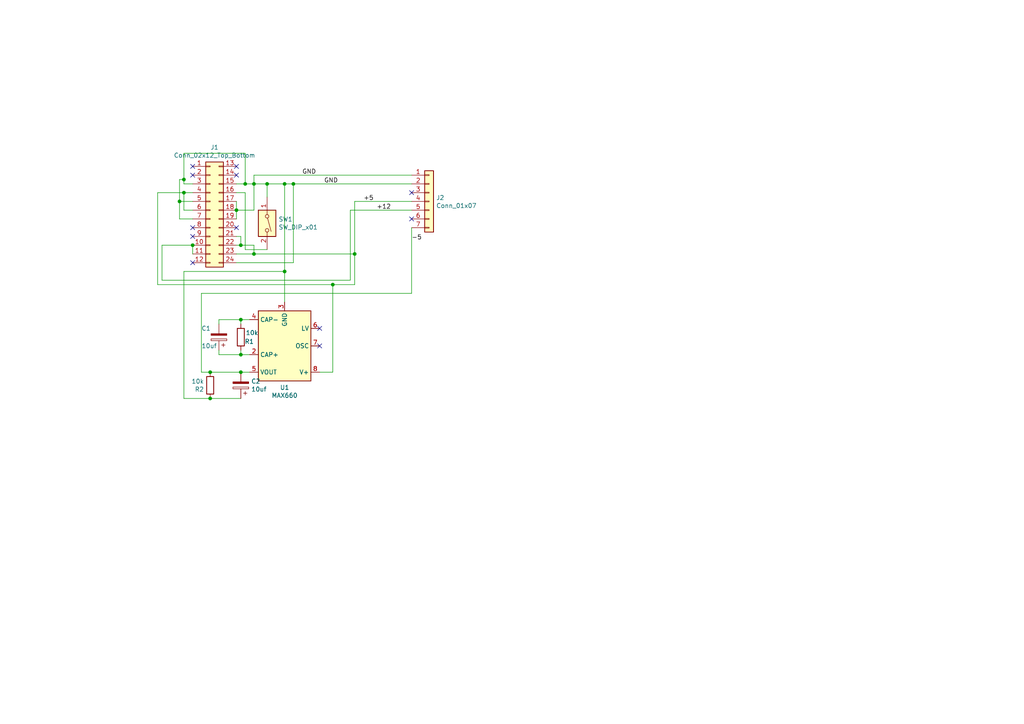
<source format=kicad_sch>
(kicad_sch (version 20211123) (generator eeschema)
  (paper "A4")
  (lib_symbols
    (symbol "Connector_Generic:Conn_01x07" (pin_names (offset 1.016) hide)
      (property "Reference" "J" (at 0 10.16 0))
      (property "Value" "Conn_01x07" (at 0 -10.16 0))
      (symbol "Conn_01x07_1_1"
        (rectangle (start -1.27 -7.493) (end 0 -7.747) (stroke (width 0.1524)))
        (rectangle (start -1.27 -4.953) (end 0 -5.207) (stroke (width 0.1524)))
        (rectangle (start -1.27 -2.413) (end 0 -2.667) (stroke (width 0.1524)))
        (rectangle (start -1.27 0.127) (end 0 -0.127) (stroke (width 0.1524)))
        (rectangle (start -1.27 2.667) (end 0 2.413) (stroke (width 0.1524)))
        (rectangle (start -1.27 5.207) (end 0 4.953) (stroke (width 0.1524)))
        (rectangle (start -1.27 7.747) (end 0 7.493) (stroke (width 0.1524)))
        (rectangle (start -1.27 8.89) (end 1.27 -8.89) (stroke (width 0.254)) (fill (type background)))
        (pin passive line (at -5.08 7.62 0) (length 3.81) (name "Pin_1") (number "1"))
        (pin passive line (at -5.08 5.08 0) (length 3.81) (name "Pin_2") (number "2"))
        (pin passive line (at -5.08 2.54 0) (length 3.81) (name "Pin_3") (number "3"))
        (pin passive line (at -5.08 0 0) (length 3.81) (name "Pin_4") (number "4"))
        (pin passive line (at -5.08 -2.54 0) (length 3.81) (name "Pin_5") (number "5"))
        (pin passive line (at -5.08 -5.08 0) (length 3.81) (name "Pin_6") (number "6"))
        (pin passive line (at -5.08 -7.62 0) (length 3.81) (name "Pin_7") (number "7"))
      )
    )
    (symbol "Connector_Generic:Conn_02x12_Top_Bottom" (pin_names (offset 1.016) hide)
      (property "Reference" "J" (at 1.27 15.24 0))
      (property "Value" "Conn_02x12_Top_Bottom" (at 1.27 -17.78 0))
      (symbol "Conn_02x12_Top_Bottom_1_1"
        (rectangle (start -1.27 -15.113) (end 0 -15.367) (stroke (width 0.1524)))
        (rectangle (start -1.27 -12.573) (end 0 -12.827) (stroke (width 0.1524)))
        (rectangle (start -1.27 -10.033) (end 0 -10.287) (stroke (width 0.1524)))
        (rectangle (start -1.27 -7.493) (end 0 -7.747) (stroke (width 0.1524)))
        (rectangle (start -1.27 -4.953) (end 0 -5.207) (stroke (width 0.1524)))
        (rectangle (start -1.27 -2.413) (end 0 -2.667) (stroke (width 0.1524)))
        (rectangle (start -1.27 0.127) (end 0 -0.127) (stroke (width 0.1524)))
        (rectangle (start -1.27 2.667) (end 0 2.413) (stroke (width 0.1524)))
        (rectangle (start -1.27 5.207) (end 0 4.953) (stroke (width 0.1524)))
        (rectangle (start -1.27 7.747) (end 0 7.493) (stroke (width 0.1524)))
        (rectangle (start -1.27 10.287) (end 0 10.033) (stroke (width 0.1524)))
        (rectangle (start -1.27 12.827) (end 0 12.573) (stroke (width 0.1524)))
        (rectangle (start -1.27 13.97) (end 3.81 -16.51) (stroke (width 0.254)) (fill (type background)))
        (rectangle (start 3.81 -15.113) (end 2.54 -15.367) (stroke (width 0.1524)))
        (rectangle (start 3.81 -12.573) (end 2.54 -12.827) (stroke (width 0.1524)))
        (rectangle (start 3.81 -10.033) (end 2.54 -10.287) (stroke (width 0.1524)))
        (rectangle (start 3.81 -7.493) (end 2.54 -7.747) (stroke (width 0.1524)))
        (rectangle (start 3.81 -4.953) (end 2.54 -5.207) (stroke (width 0.1524)))
        (rectangle (start 3.81 -2.413) (end 2.54 -2.667) (stroke (width 0.1524)))
        (rectangle (start 3.81 0.127) (end 2.54 -0.127) (stroke (width 0.1524)))
        (rectangle (start 3.81 2.667) (end 2.54 2.413) (stroke (width 0.1524)))
        (rectangle (start 3.81 5.207) (end 2.54 4.953) (stroke (width 0.1524)))
        (rectangle (start 3.81 7.747) (end 2.54 7.493) (stroke (width 0.1524)))
        (rectangle (start 3.81 10.287) (end 2.54 10.033) (stroke (width 0.1524)))
        (rectangle (start 3.81 12.827) (end 2.54 12.573) (stroke (width 0.1524)))
        (pin passive line (at -5.08 12.7 0) (length 3.81) (name "Pin_1") (number "1"))
        (pin passive line (at -5.08 -10.16 0) (length 3.81) (name "Pin_10") (number "10"))
        (pin passive line (at -5.08 -12.7 0) (length 3.81) (name "Pin_11") (number "11"))
        (pin passive line (at -5.08 -15.24 0) (length 3.81) (name "Pin_12") (number "12"))
        (pin passive line (at 7.62 12.7 180) (length 3.81) (name "Pin_13") (number "13"))
        (pin passive line (at 7.62 10.16 180) (length 3.81) (name "Pin_14") (number "14"))
        (pin passive line (at 7.62 7.62 180) (length 3.81) (name "Pin_15") (number "15"))
        (pin passive line (at 7.62 5.08 180) (length 3.81) (name "Pin_16") (number "16"))
        (pin passive line (at 7.62 2.54 180) (length 3.81) (name "Pin_17") (number "17"))
        (pin passive line (at 7.62 0 180) (length 3.81) (name "Pin_18") (number "18"))
        (pin passive line (at 7.62 -2.54 180) (length 3.81) (name "Pin_19") (number "19"))
        (pin passive line (at -5.08 10.16 0) (length 3.81) (name "Pin_2") (number "2"))
        (pin passive line (at 7.62 -5.08 180) (length 3.81) (name "Pin_20") (number "20"))
        (pin passive line (at 7.62 -7.62 180) (length 3.81) (name "Pin_21") (number "21"))
        (pin passive line (at 7.62 -10.16 180) (length 3.81) (name "Pin_22") (number "22"))
        (pin passive line (at 7.62 -12.7 180) (length 3.81) (name "Pin_23") (number "23"))
        (pin passive line (at 7.62 -15.24 180) (length 3.81) (name "Pin_24") (number "24"))
        (pin passive line (at -5.08 7.62 0) (length 3.81) (name "Pin_3") (number "3"))
        (pin passive line (at -5.08 5.08 0) (length 3.81) (name "Pin_4") (number "4"))
        (pin passive line (at -5.08 2.54 0) (length 3.81) (name "Pin_5") (number "5"))
        (pin passive line (at -5.08 0 0) (length 3.81) (name "Pin_6") (number "6"))
        (pin passive line (at -5.08 -2.54 0) (length 3.81) (name "Pin_7") (number "7"))
        (pin passive line (at -5.08 -5.08 0) (length 3.81) (name "Pin_8") (number "8"))
        (pin passive line (at -5.08 -7.62 0) (length 3.81) (name "Pin_9") (number "9"))
      )
    )
    (symbol "Device:CP" (pin_numbers hide) (pin_names (offset 0.254))
      (property "Reference" "C" (at 0.635 2.54 0))
      (property "Value" "Device_CP" (at 0.635 -2.54 0))
      (symbol "CP_0_1"
        (rectangle (start -2.286 0.508) (end 2.286 1.016))
        (polyline (pts (xy -1.778 2.286) (xy -0.762 2.286)))
        (polyline (pts (xy -1.27 2.794) (xy -1.27 1.778)))
        (rectangle (start 2.286 -0.508) (end -2.286 -1.016) (fill (type outline)))
      )
      (symbol "CP_1_1"
        (pin passive line (at 0 3.81 270) (length 2.794) (name "~") (number "1"))
        (pin passive line (at 0 -3.81 90) (length 2.794) (name "~") (number "2"))
      )
    )
    (symbol "Device:R" (pin_numbers hide) (pin_names (offset 0))
      (property "Reference" "R" (at 2.032 0 90))
      (property "Value" "R" (at 0 0 90))
      (symbol "R_0_1"
        (rectangle (start -1.016 -2.54) (end 1.016 2.54) (stroke (width 0.254)))
      )
      (symbol "R_1_1"
        (pin passive line (at 0 3.81 270) (length 1.27) (name "~") (number "1"))
        (pin passive line (at 0 -3.81 90) (length 1.27) (name "~") (number "2"))
      )
    )
    (symbol "Regulator_SwitchedCapacitor:LMC7660"
      (property "Reference" "U" (at -6.604 11.43 0))
      (property "Value" "LMC7660" (at 0 11.43 0))
      (symbol "LMC7660_0_1"
        (rectangle (start -7.62 10.16) (end 7.62 -10.16) (stroke (width 0.254)) (fill (type background)))
      )
      (symbol "LMC7660_1_1"
        (pin no_connect line (at -7.62 5.08 0) (length 2.54) hide (name "NC") (number "1"))
        (pin input line (at 10.16 2.54 180) (length 2.54) (name "CAP+") (number "2"))
        (pin power_in line (at 0 -12.7 90) (length 2.54) (name "GND") (number "3"))
        (pin input line (at 10.16 -7.62 180) (length 2.54) (name "CAP-") (number "4"))
        (pin power_out line (at 10.16 7.62 180) (length 2.54) (name "VOUT") (number "5"))
        (pin input line (at -10.16 -5.08 0) (length 2.54) (name "LV") (number "6"))
        (pin input line (at -10.16 0 0) (length 2.54) (name "OSC") (number "7"))
        (pin power_in line (at -10.16 7.62 0) (length 2.54) (name "V+") (number "8"))
      )
    )
    (symbol "Switch:SW_DIP_x01" (pin_names (offset 0) hide)
      (property "Reference" "SW" (at 0 3.81 0))
      (property "Value" "SW_DIP_x01" (at 0 -3.81 0))
      (symbol "SW_DIP_x01_0_0"
        (circle (center -2.032 0) (radius 0.508))
        (polyline (pts (xy -1.524 0.127) (xy 2.3622 1.1684)))
        (circle (center 2.032 0) (radius 0.508))
      )
      (symbol "SW_DIP_x01_0_1"
        (rectangle (start -3.81 2.54) (end 3.81 -2.54) (stroke (width 0.254)) (fill (type background)))
      )
      (symbol "SW_DIP_x01_1_1"
        (pin passive line (at -7.62 0 0) (length 5.08) (name "~") (number "1"))
        (pin passive line (at 7.62 0 180) (length 5.08) (name "~") (number "2"))
      )
    )
  )
  (junction (at 73.66 53.34))
  (junction (at 71.12 53.34))
  (junction (at 82.55 53.34))
  (junction (at 68.58 60.96))
  (junction (at 60.96 115.57))
  (junction (at 85.09 53.34))
  (junction (at 77.47 53.34))
  (junction (at 55.88 71.12))
  (junction (at 69.85 102.87))
  (junction (at 73.66 73.66))
  (junction (at 69.85 71.12))
  (junction (at 53.34 52.07))
  (junction (at 69.85 92.71))
  (junction (at 102.87 73.66))
  (junction (at 53.34 55.88))
  (junction (at 60.96 107.95))
  (junction (at 69.85 107.95))
  (junction (at 96.52 82.55))
  (junction (at 82.55 78.74))
  (junction (at 52.07 58.42))
  (no_connect (at 119.38 55.88))
  (no_connect (at 119.38 63.5))
  (no_connect (at 55.88 50.8))
  (no_connect (at 68.58 66.04))
  (no_connect (at 92.71 100.33))
  (no_connect (at 92.71 95.25))
  (no_connect (at 68.58 48.26))
  (no_connect (at 68.58 50.8))
  (no_connect (at 55.88 48.26))
  (no_connect (at 55.88 66.04))
  (no_connect (at 55.88 76.2))
  (no_connect (at 55.88 68.58))
  (wire (pts (xy 60.96 115.57) (xy 53.34 115.57)))
  (wire (pts (xy 68.58 76.2) (xy 85.09 76.2)))
  (wire (pts (xy 46.99 71.12) (xy 46.99 81.28)))
  (wire (pts (xy 55.88 73.66) (xy 55.88 71.12)))
  (wire (pts (xy 45.72 55.88) (xy 45.72 82.55)))
  (wire (pts (xy 52.07 58.42) (xy 52.07 52.07)))
  (wire (pts (xy 52.07 63.5) (xy 52.07 58.42)))
  (wire (pts (xy 53.34 78.74) (xy 82.55 78.74)))
  (wire (pts (xy 102.87 58.42) (xy 119.38 58.42)))
  (wire (pts (xy 55.88 60.96) (xy 53.34 60.96)))
  (wire (pts (xy 55.88 63.5) (xy 52.07 63.5)))
  (wire (pts (xy 69.85 71.12) (xy 73.66 71.12)))
  (wire (pts (xy 71.12 72.39) (xy 77.47 72.39)))
  (wire (pts (xy 68.58 71.12) (xy 69.85 71.12)))
  (wire (pts (xy 68.58 60.96) (xy 73.66 60.96)))
  (wire (pts (xy 68.58 55.88) (xy 71.12 55.88)))
  (wire (pts (xy 69.85 107.95) (xy 72.39 107.95)))
  (wire (pts (xy 68.58 63.5) (xy 68.58 60.96)))
  (wire (pts (xy 96.52 82.55) (xy 96.52 107.95)))
  (wire (pts (xy 71.12 53.34) (xy 73.66 53.34)))
  (wire (pts (xy 68.58 73.66) (xy 73.66 73.66)))
  (wire (pts (xy 73.66 53.34) (xy 73.66 50.8)))
  (wire (pts (xy 96.52 82.55) (xy 102.87 82.55)))
  (wire (pts (xy 82.55 53.34) (xy 82.55 78.74)))
  (wire (pts (xy 63.5 92.71) (xy 69.85 92.71)))
  (wire (pts (xy 72.39 102.87) (xy 69.85 102.87)))
  (wire (pts (xy 73.66 73.66) (xy 102.87 73.66)))
  (wire (pts (xy 68.58 53.34) (xy 71.12 53.34)))
  (wire (pts (xy 53.34 53.34) (xy 53.34 52.07)))
  (wire (pts (xy 58.42 85.09) (xy 119.38 85.09)))
  (wire (pts (xy 55.88 53.34) (xy 53.34 53.34)))
  (wire (pts (xy 53.34 52.07) (xy 53.34 44.45)))
  (wire (pts (xy 71.12 44.45) (xy 71.12 53.34)))
  (wire (pts (xy 53.34 115.57) (xy 53.34 78.74)))
  (wire (pts (xy 69.85 115.57) (xy 60.96 115.57)))
  (wire (pts (xy 96.52 107.95) (xy 92.71 107.95)))
  (wire (pts (xy 68.58 68.58) (xy 69.85 68.58)))
  (wire (pts (xy 102.87 82.55) (xy 102.87 73.66)))
  (wire (pts (xy 46.99 81.28) (xy 101.6 81.28)))
  (wire (pts (xy 77.47 53.34) (xy 82.55 53.34)))
  (wire (pts (xy 69.85 68.58) (xy 69.85 71.12)))
  (wire (pts (xy 53.34 55.88) (xy 45.72 55.88)))
  (wire (pts (xy 85.09 53.34) (xy 119.38 53.34)))
  (wire (pts (xy 102.87 73.66) (xy 102.87 58.42)))
  (wire (pts (xy 69.85 101.6) (xy 69.85 102.87)))
  (wire (pts (xy 85.09 76.2) (xy 85.09 53.34)))
  (wire (pts (xy 82.55 53.34) (xy 85.09 53.34)))
  (wire (pts (xy 73.66 50.8) (xy 119.38 50.8)))
  (wire (pts (xy 63.5 93.98) (xy 63.5 92.71)))
  (wire (pts (xy 53.34 44.45) (xy 71.12 44.45)))
  (wire (pts (xy 45.72 82.55) (xy 96.52 82.55)))
  (wire (pts (xy 101.6 81.28) (xy 101.6 60.96)))
  (wire (pts (xy 69.85 102.87) (xy 63.5 102.87)))
  (wire (pts (xy 69.85 107.95) (xy 60.96 107.95)))
  (wire (pts (xy 73.66 60.96) (xy 73.66 53.34)))
  (wire (pts (xy 69.85 92.71) (xy 72.39 92.71)))
  (wire (pts (xy 82.55 78.74) (xy 82.55 87.63)))
  (wire (pts (xy 68.58 58.42) (xy 68.58 60.96)))
  (wire (pts (xy 71.12 55.88) (xy 71.12 72.39)))
  (wire (pts (xy 53.34 60.96) (xy 53.34 55.88)))
  (wire (pts (xy 73.66 53.34) (xy 77.47 53.34)))
  (wire (pts (xy 55.88 55.88) (xy 53.34 55.88)))
  (wire (pts (xy 77.47 57.15) (xy 77.47 53.34)))
  (wire (pts (xy 63.5 102.87) (xy 63.5 101.6)))
  (wire (pts (xy 55.88 71.12) (xy 46.99 71.12)))
  (wire (pts (xy 119.38 85.09) (xy 119.38 66.04)))
  (wire (pts (xy 73.66 71.12) (xy 73.66 73.66)))
  (wire (pts (xy 69.85 93.98) (xy 69.85 92.71)))
  (wire (pts (xy 58.42 107.95) (xy 58.42 85.09)))
  (wire (pts (xy 60.96 107.95) (xy 58.42 107.95)))
  (wire (pts (xy 101.6 60.96) (xy 119.38 60.96)))
  (wire (pts (xy 55.88 58.42) (xy 52.07 58.42)))
  (wire (pts (xy 52.07 52.07) (xy 53.34 52.07)))
  (label "GND" (at 93.98 53.34 0))
  (label "-5" (at 119.38 69.85 0))
  (label "GND" (at 87.63 50.8 0))
  (label "+12" (at 109.22 60.96 0))
  (label "+5" (at 105.41 58.42 0))
  (symbol (lib_id "Connector_Generic:Conn_02x12_Top_Bottom") (at 60.96 60.96 0) (unit 1)
    (property "Reference" "J1" (at 62.23 42.7482 0))
    (property "Value" "Conn_02x12_Top_Bottom" (at 62.23 45.0596 0))
    (property "Footprint" "Connector_Molex:Molex_Mini-Fit_Jr_5566-24A_2x12_P4.20mm_Vertical" (effects hide))
  )
  (symbol (lib_id "Connector_Generic:Conn_01x07") (at 124.46 58.42 0) (unit 1)
    (property "Reference" "J2" (at 126.492 57.3532 0) (effects (justify left)))
    (property "Value" "Conn_01x07" (at 126.492 59.6646 0) (effects (justify left)))
    (property "Footprint" "Connector_TE-Connectivity:TE_826576-7_1x07_P3.96mm_Vertical" (effects hide))
  )
  (symbol (lib_id "Regulator_SwitchedCapacitor:LMC7660") (at 82.55 100.33 180) (unit 1)
    (property "Reference" "U1" (at 82.55 112.395 0))
    (property "Value" "MAX660" (at 82.55 114.7064 0))
    (property "Footprint" "Package_SO:SOP-8_3.9x4.9mm_P1.27mm" (effects hide))
    (property "Datasheet" "http://www.ti.com/lit/ds/symlink/lmc7660.pdf" (effects hide))
    (property "LCSC" "C434489" (effects hide))
  )
  (symbol (lib_id "Device:CP") (at 63.5 97.79 180) (unit 1)
    (property "Reference" "C1" (at 58.42 95.25 0) (effects (justify right)))
    (property "Value" "10uf" (at 58.42 100.33 0) (effects (justify right)))
    (property "Footprint" "Capacitor_SMD:C_Elec_4x5.4" (effects hide))
    (property "LCSC" "C72485" (effects hide))
  )
  (symbol (lib_id "Device:CP") (at 69.85 111.76 180) (unit 1)
    (property "Reference" "C2" (at 72.8472 110.5916 0) (effects (justify right)))
    (property "Value" "10uf" (at 72.8472 112.903 0) (effects (justify right)))
    (property "Footprint" "Capacitor_SMD:C_Elec_4x5.4" (effects hide))
    (property "LCSC" "C72485" (effects hide))
  )
  (symbol (lib_id "Switch:SW_DIP_x01") (at 77.47 64.77 270) (unit 1)
    (property "Reference" "SW1" (at 80.772 63.6016 90) (effects (justify left)))
    (property "Value" "SW_DIP_x01" (at 80.772 65.913 90) (effects (justify left)))
    (property "Footprint" "Connector_PinHeader_2.54mm:PinHeader_1x02_P2.54mm_Vertical" (effects hide))
  )
  (symbol (lib_id "Device:R") (at 69.85 97.79 180) (unit 1)
    (property "Reference" "R1" (at 73.66 99.06 0) (effects (justify left)))
    (property "Value" "10k" (at 74.93 96.52 0) (effects (justify left)))
    (property "Footprint" "Resistor_SMD:R_0805_2012Metric" (effects hide))
    (property "LCSC" "C17903" (effects hide))
  )
  (symbol (lib_id "Device:R") (at 60.96 111.76 180) (unit 1)
    (property "Reference" "R2" (at 59.182 112.9284 0) (effects (justify left)))
    (property "Value" "10k" (at 59.182 110.617 0) (effects (justify left)))
    (property "Footprint" "Resistor_SMD:R_0805_2012Metric" (effects hide))
    (property "LCSC" "C17903" (effects hide))
  )
)
</source>
